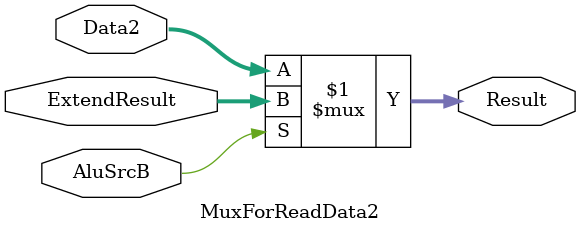
<source format=v>
`timescale 1ns / 1ps


module MuxForReadData2(
    input AluSrcB,
    input [31:0] Data2,
    input [31:0] ExtendResult,
    output [31:0] Result
    );
    assign Result = (AluSrcB)?ExtendResult : Data2;
endmodule

</source>
